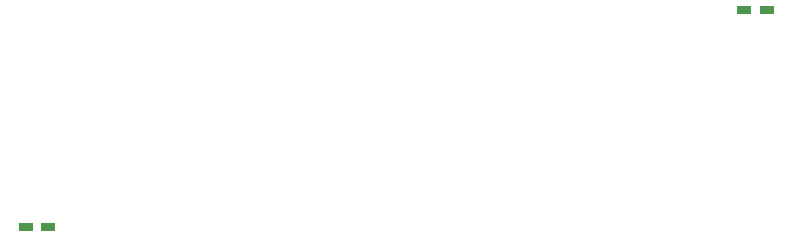
<source format=gtp>
G04 #@! TF.GenerationSoftware,KiCad,Pcbnew,(5.1.6-0-10_14)*
G04 #@! TF.CreationDate,2021-08-31T11:09:41+09:00*
G04 #@! TF.ProjectId,qPCR-panel_led_20210831,71504352-2d70-4616-9e65-6c5f6c65645f,rev?*
G04 #@! TF.SameCoordinates,Original*
G04 #@! TF.FileFunction,Paste,Top*
G04 #@! TF.FilePolarity,Positive*
%FSLAX46Y46*%
G04 Gerber Fmt 4.6, Leading zero omitted, Abs format (unit mm)*
G04 Created by KiCad (PCBNEW (5.1.6-0-10_14)) date 2021-08-31 11:09:41*
%MOMM*%
%LPD*%
G01*
G04 APERTURE LIST*
%ADD10R,1.200000X0.750000*%
G04 APERTURE END LIST*
D10*
G04 #@! TO.C,C1*
X94550000Y-71799640D03*
X96450000Y-71799640D03*
G04 #@! TD*
G04 #@! TO.C,C1*
X157285000Y-53419640D03*
X155385000Y-53419640D03*
G04 #@! TD*
M02*

</source>
